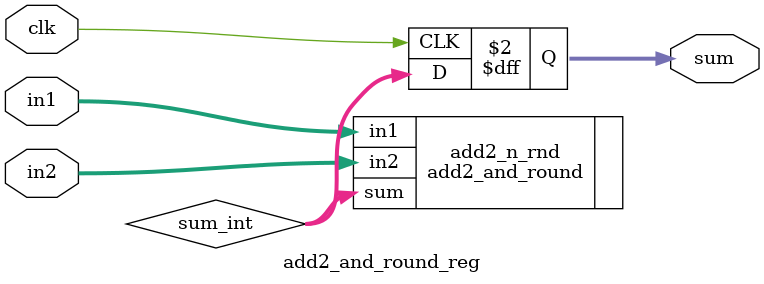
<source format=v>


module add2_and_round_reg
  #(parameter WIDTH=16)
    (input clk,
     input [WIDTH-1:0] in1,
     input [WIDTH-1:0] in2,
     output reg [WIDTH-1:0] sum);

   wire [WIDTH-1:0] sum_int;
   
   add2_and_round #(.WIDTH(WIDTH)) add2_n_rnd (.in1(in1),.in2(in2),.sum(sum_int));

   always @(posedge clk)
     sum <= sum_int;
   
endmodule // add2_and_round_reg

</source>
